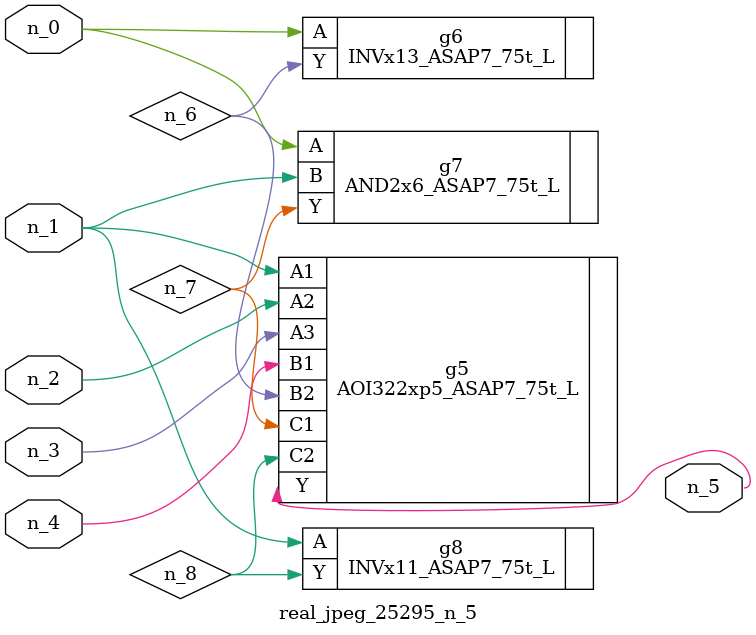
<source format=v>
module real_jpeg_25295_n_5 (n_4, n_0, n_1, n_2, n_3, n_5);

input n_4;
input n_0;
input n_1;
input n_2;
input n_3;

output n_5;

wire n_8;
wire n_6;
wire n_7;

INVx13_ASAP7_75t_L g6 ( 
.A(n_0),
.Y(n_6)
);

AND2x6_ASAP7_75t_L g7 ( 
.A(n_0),
.B(n_1),
.Y(n_7)
);

AOI322xp5_ASAP7_75t_L g5 ( 
.A1(n_1),
.A2(n_2),
.A3(n_3),
.B1(n_4),
.B2(n_6),
.C1(n_7),
.C2(n_8),
.Y(n_5)
);

INVx11_ASAP7_75t_L g8 ( 
.A(n_1),
.Y(n_8)
);


endmodule
</source>
